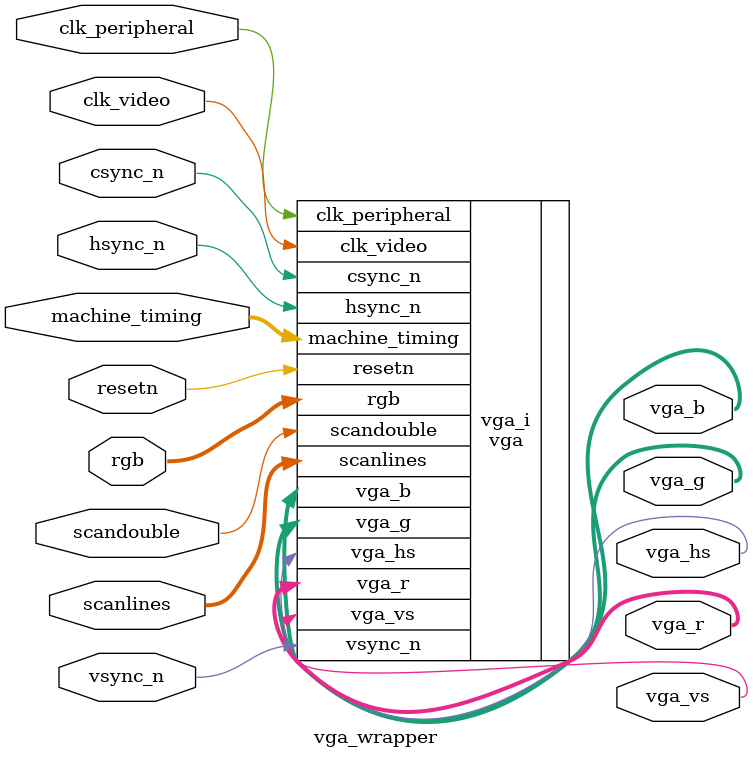
<source format=v>
`timescale 1 ps / 1 ps

module vga_wrapper
   (clk_peripheral,
    clk_video,
    csync_n,
    hsync_n,
    machine_timing,
    resetn,
    rgb,
    scandouble,
    scanlines,
    vga_b,
    vga_g,
    vga_hs,
    vga_r,
    vga_vs,
    vsync_n);
  input clk_peripheral;
  input clk_video;
  input csync_n;
  input hsync_n;
  input [2:0]machine_timing;
  input resetn;
  input [8:0]rgb;
  input scandouble;
  input [1:0]scanlines;
  output [3:0]vga_b;
  output [3:0]vga_g;
  output vga_hs;
  output [3:0]vga_r;
  output vga_vs;
  input vsync_n;

  wire clk_peripheral;
  wire clk_video;
  wire csync_n;
  wire hsync_n;
  wire [2:0]machine_timing;
  wire resetn;
  wire [8:0]rgb;
  wire scandouble;
  wire [1:0]scanlines;
  wire [3:0]vga_b;
  wire [3:0]vga_g;
  wire vga_hs;
  wire [3:0]vga_r;
  wire vga_vs;
  wire vsync_n;

  vga vga_i
       (.clk_peripheral(clk_peripheral),
        .clk_video(clk_video),
        .csync_n(csync_n),
        .hsync_n(hsync_n),
        .machine_timing(machine_timing),
        .resetn(resetn),
        .rgb(rgb),
        .scandouble(scandouble),
        .scanlines(scanlines),
        .vga_b(vga_b),
        .vga_g(vga_g),
        .vga_hs(vga_hs),
        .vga_r(vga_r),
        .vga_vs(vga_vs),
        .vsync_n(vsync_n));
endmodule

</source>
